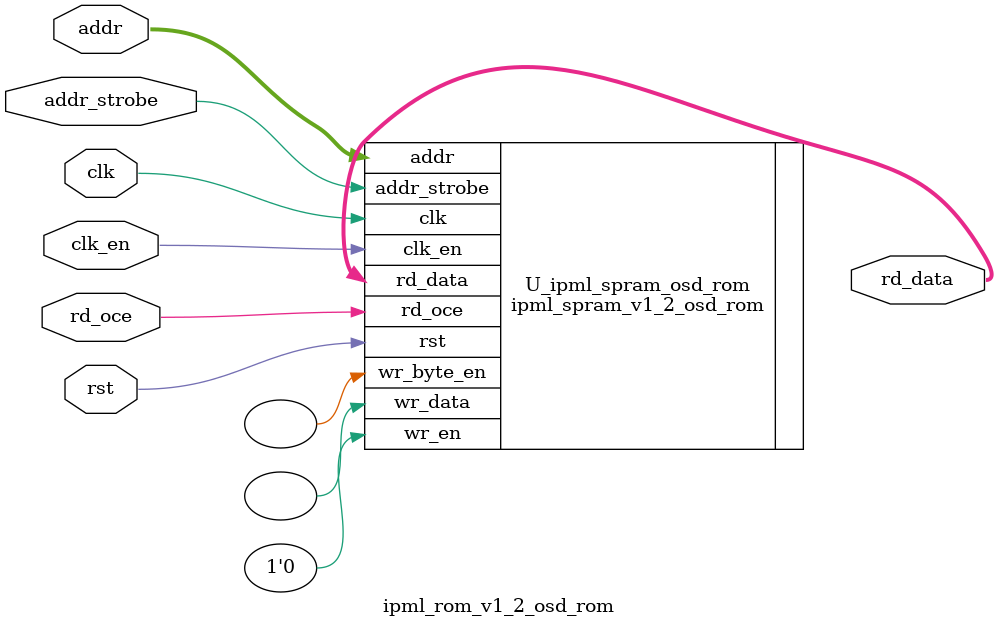
<source format=v>




module ipml_rom_v1_2_osd_rom
 #(
    parameter  c_SIM_DEVICE     = "LOGOS"      ,
    parameter  c_ADDR_WIDTH     = 10           ,           //write address width  legal value:1~20 
    parameter  c_DATA_WIDTH     = 32           ,           //write data width     legal value:8~1152
    parameter  c_OUTPUT_REG     = 0            ,           //output register      legal value:1~20
    parameter  c_RD_OCE_EN      = 0            ,
    parameter  c_CLK_EN         = 0            ,
    parameter  c_ADDR_STROBE_EN = 0            ,
    parameter  c_RESET_TYPE     = "ASYNC_RESET",           //ASYNC_RESET_SYNC_RELEASE SYNC_RESET legal valve "ASYNC_RESET_SYNC_RELEASE" "SYNC_RESET" "ASYNC_RESET"
    parameter  c_POWER_OPT      = 0            ,           //0 :normal mode  1:low power mode legal value:0 or 1
    parameter  c_CLK_OR_POL_INV = 0            ,           //clk polarity invert for output register   legal value 1 or 0           
    parameter  c_INIT_FILE      = "NONE"       ,           //legal value:"NONE" or "initial file name"
    parameter  c_INIT_FORMAT    = "BIN"                   //initial data format   legal valve: "bin" or "hex"
    
 )
  (
   
    input  wire [c_ADDR_WIDTH-1 : 0]  addr        ,
    output wire [c_DATA_WIDTH-1 : 0]  rd_data     ,
    input  wire                       clk         ,
    input  wire                       clk_en      ,
    input  wire                       addr_strobe ,
    input  wire                       rst         ,
    input  wire                       rd_oce       
  );

//**********************************************************************************************************************************************   
    
//main code
//*************************************************************************************************************************************
//inner variables

ipml_spram_v1_2_osd_rom
 #(
    .c_SIM_DEVICE     (c_SIM_DEVICE),
    .c_ADDR_WIDTH     (c_ADDR_WIDTH),           //write address width  legal value:1~20                              
    .c_DATA_WIDTH     (c_DATA_WIDTH),           //write data width     legal value:8~1152                            
    .c_OUTPUT_REG     (c_OUTPUT_REG),           //output register      legal value:1~20                              
    .c_RD_OCE_EN      (c_RD_OCE_EN),
    .c_ADDR_STROBE_EN (c_ADDR_STROBE_EN),
    .c_CLK_EN         (c_CLK_EN),
    .c_RESET_TYPE     (c_RESET_TYPE),           //legal valve "ASYNC_RESET_SYNC_RELEASE" "SYNC_RESET" "ASYNC_RESET"  
    .c_POWER_OPT      (c_POWER_OPT),            //0 :normal mode  1:low power mode legal value:0 or 1                 
    .c_CLK_OR_POL_INV (c_CLK_OR_POL_INV),       //clk polarity invert for output register legal value 1 or 0         
    .c_INIT_FILE      (c_INIT_FILE),            //legal value:"NONE" or "initial file name"                          
    .c_INIT_FORMAT    (c_INIT_FORMAT),          //initial data format   legal valve: "bin" or "hex"                  
    .c_WR_BYTE_EN     (0),                      //byte write enable    legal value: 0 or 1                            
    .c_BE_WIDTH       (8),                      //byte width legal value: 1~128
    .c_RAM_MODE       ("ROM"),
    .c_WRITE_MODE     ("NORMAL_WRITE")          //global reset enable  legal value 0 or 1                            
 )  U_ipml_spram_osd_rom                       //"NORMAL_WRITE"; // TRANSPARENT_WRITE READ_BEFORE_WRITE             
  (
   
    .addr        (addr),
    .wr_data     (),
    .rd_data     (rd_data),
    .wr_en       (1'b0),
    .clk         (clk),
    .clk_en      (clk_en),
    .addr_strobe (addr_strobe),
    .rst         (rst),
    .wr_byte_en  (),
    .rd_oce      (rd_oce) 
  );
 

endmodule


</source>
